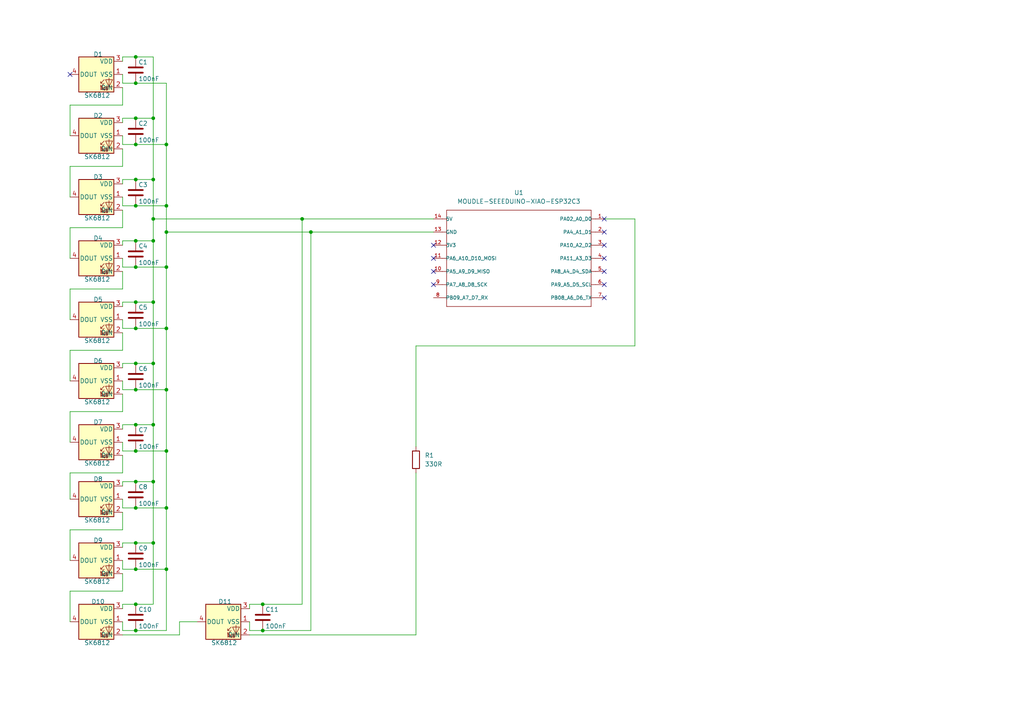
<source format=kicad_sch>
(kicad_sch (version 20231120) (generator "eeschema") (generator_version "8.0")
  (paper "A4")
  (lib_symbols
    (symbol "Device:C" (pin_numbers hide) (pin_names (offset 0.254))
      (property "Reference" "C" (at 0.635 2.54 0))
      (property "Value" "C" (at 0.635 -2.54 0))
      (symbol "C_0_1"
        (polyline (pts (xy -2.032 -0.762) (xy 2.032 -0.762)) (stroke (width 0.508)))
        (polyline (pts (xy -2.032 0.762) (xy 2.032 0.762)) (stroke (width 0.508)))
      )
      (symbol "C_1_1"
        (pin passive line (at 0 3.81 270) (length 2.794) (name "~") (number "1"))
        (pin passive line (at 0 -3.81 90) (length 2.794) (name "~") (number "2"))
      )
    )
    (symbol "Device:R" (pin_numbers hide) (pin_names (offset 0))
      (property "Reference" "R" (at 2.032 0 90))
      (property "Value" "R" (at 0 0 90))
      (symbol "R_0_1"
        (rectangle (start -1.016 -2.54) (end 1.016 2.54) (stroke (width 0.254)))
      )
      (symbol "R_1_1"
        (pin passive line (at 0 3.81 270) (length 1.27) (name "~") (number "1"))
        (pin passive line (at 0 -3.81 90) (length 1.27) (name "~") (number "2"))
      )
    )
    (symbol "MOUDLE-SEEEDUINO-XIAO-ESP32C3:MOUDLE-SEEEDUINO-XIAO-ESP32C3" (pin_names (offset 1.016))
      (property "Reference" "U" (at -21.59 15.24 0))
      (property "Value" "MOUDLE-SEEEDUINO-XIAO-ESP32C3" (at -21.59 13.97 0))
      (symbol "MOUDLE-SEEEDUINO-XIAO-ESP32C3_0_0"
        (polyline (pts (xy -21.59 -13.97) (xy -21.59 0)) (stroke (width 0.1524)))
        (polyline (pts (xy -21.59 -11.43) (xy -22.86 -11.43)) (stroke (width 0.1524)))
        (polyline (pts (xy -21.59 -7.62) (xy -22.86 -7.62)) (stroke (width 0.1524)))
        (polyline (pts (xy -21.59 -3.81) (xy -22.86 -3.81)) (stroke (width 0.1524)))
        (polyline (pts (xy -21.59 0) (xy -22.86 0)) (stroke (width 0.1524)))
        (polyline (pts (xy -21.59 0) (xy -21.59 3.81)) (stroke (width 0.1524)))
        (polyline (pts (xy -21.59 3.81) (xy -22.86 3.81)) (stroke (width 0.1524)))
        (polyline (pts (xy -21.59 3.81) (xy -21.59 7.62)) (stroke (width 0.1524)))
        (polyline (pts (xy -21.59 7.62) (xy -22.86 7.62)) (stroke (width 0.1524)))
        (polyline (pts (xy -21.59 7.62) (xy -21.59 11.43)) (stroke (width 0.1524)))
        (polyline (pts (xy -21.59 11.43) (xy -22.86 11.43)) (stroke (width 0.1524)))
        (polyline (pts (xy -21.59 11.43) (xy -21.59 13.97)) (stroke (width 0.1524)))
        (polyline (pts (xy -21.59 13.97) (xy 20.32 13.97)) (stroke (width 0.1524)))
        (polyline (pts (xy 20.32 -13.97) (xy -21.59 -13.97)) (stroke (width 0.1524)))
        (polyline (pts (xy 20.32 3.81) (xy 20.32 -13.97)) (stroke (width 0.1524)))
        (polyline (pts (xy 20.32 7.62) (xy 20.32 3.81)) (stroke (width 0.1524)))
        (polyline (pts (xy 20.32 11.43) (xy 20.32 7.62)) (stroke (width 0.1524)))
        (polyline (pts (xy 20.32 13.97) (xy 20.32 11.43)) (stroke (width 0.1524)))
        (polyline (pts (xy 21.59 -11.43) (xy 20.32 -11.43)) (stroke (width 0.1524)))
        (polyline (pts (xy 21.59 -7.62) (xy 20.32 -7.62)) (stroke (width 0.1524)))
        (polyline (pts (xy 21.59 -3.81) (xy 20.32 -3.81)) (stroke (width 0.1524)))
        (polyline (pts (xy 21.59 0) (xy 20.32 0)) (stroke (width 0.1524)))
        (polyline (pts (xy 21.59 3.81) (xy 20.32 3.81)) (stroke (width 0.1524)))
        (polyline (pts (xy 21.59 7.62) (xy 20.32 7.62)) (stroke (width 0.1524)))
        (polyline (pts (xy 21.59 11.43) (xy 20.32 11.43)) (stroke (width 0.1524)))
        (pin bidirectional line (at -25.4 11.43 0) (length 2.54) (name "PA02_A0_D0") (number "1"))
        (pin bidirectional line (at 24.13 -3.81 180) (length 2.54) (name "PA5_A9_D9_MISO") (number "10"))
        (pin bidirectional line (at 24.13 0 180) (length 2.54) (name "PA6_A10_D10_MOSI") (number "11"))
        (pin bidirectional line (at 24.13 3.81 180) (length 2.54) (name "3V3") (number "12"))
        (pin bidirectional line (at 24.13 7.62 180) (length 2.54) (name "GND") (number "13"))
        (pin bidirectional line (at 24.13 11.43 180) (length 2.54) (name "5V") (number "14"))
        (pin bidirectional line (at -25.4 7.62 0) (length 2.54) (name "PA4_A1_D1") (number "2"))
        (pin bidirectional line (at -25.4 3.81 0) (length 2.54) (name "PA10_A2_D2") (number "3"))
        (pin bidirectional line (at -25.4 0 0) (length 2.54) (name "PA11_A3_D3") (number "4"))
        (pin bidirectional line (at -25.4 -3.81 0) (length 2.54) (name "PA8_A4_D4_SDA") (number "5"))
        (pin bidirectional line (at -25.4 -7.62 0) (length 2.54) (name "PA9_A5_D5_SCL") (number "6"))
        (pin bidirectional line (at -25.4 -11.43 0) (length 2.54) (name "PB08_A6_D6_TX") (number "7"))
        (pin bidirectional line (at 24.13 -11.43 180) (length 2.54) (name "PB09_A7_D7_RX") (number "8"))
        (pin bidirectional line (at 24.13 -7.62 180) (length 2.54) (name "PA7_A8_D8_SCK") (number "9"))
      )
    )
    (symbol "pyramid_clock_library:SK6812" (pin_names (offset 0.254))
      (property "Reference" "D" (at 5.08 5.715 0))
      (property "Value" "SK6812" (at 1.27 -5.715 0))
      (symbol "SK6812_0_0"
        (text "RGB" (at 2.286 -4.191 0) (effects (font (size 0.762 0.762))))
      )
      (symbol "SK6812_0_1"
        (polyline (pts (xy 1.27 -3.556) (xy 1.778 -3.556)))
        (polyline (pts (xy 1.27 -2.54) (xy 1.778 -2.54)))
        (polyline (pts (xy 4.699 -3.556) (xy 2.667 -3.556)))
        (polyline (pts (xy 2.286 -2.54) (xy 1.27 -3.556) (xy 1.27 -3.048)))
        (polyline (pts (xy 2.286 -1.524) (xy 1.27 -2.54) (xy 1.27 -2.032)))
        (polyline (pts (xy 3.683 -1.016) (xy 3.683 -3.556) (xy 3.683 -4.064)))
        (polyline (pts (xy 4.699 -1.524) (xy 2.667 -1.524) (xy 3.683 -3.556) (xy 4.699 -1.524)))
        (rectangle (start 5.08 5.08) (end -5.08 -5.08) (stroke (width 0.254)) (fill (type background)))
      )
      (symbol "SK6812_1_1"
        (pin power_in line (at 7.62 0 180) (length 2.54) (name "VSS") (number "1"))
        (pin input line (at 7.62 -3.81 180) (length 2.54) (name "DIN") (number "2"))
        (pin power_in line (at 7.62 3.81 180) (length 2.54) (name "VDD") (number "3"))
        (pin output line (at -7.62 0 0) (length 2.54) (name "DOUT") (number "4"))
      )
    )
  )
  (junction (at 44.45 87.63))
  (junction (at 39.37 139.7))
  (junction (at 44.45 123.19))
  (junction (at 48.26 77.47))
  (junction (at 48.26 113.03))
  (junction (at 48.26 41.91))
  (junction (at 39.37 69.85))
  (junction (at 39.37 34.29))
  (junction (at 39.37 113.03))
  (junction (at 39.37 16.51))
  (junction (at 44.45 52.07))
  (junction (at 90.17 67.31))
  (junction (at 39.37 165.1))
  (junction (at 39.37 59.69))
  (junction (at 39.37 87.63))
  (junction (at 76.2 182.88))
  (junction (at 48.26 130.81))
  (junction (at 48.26 59.69))
  (junction (at 39.37 52.07))
  (junction (at 39.37 182.88))
  (junction (at 39.37 77.47))
  (junction (at 39.37 147.32))
  (junction (at 39.37 95.25))
  (junction (at 44.45 34.29))
  (junction (at 39.37 105.41))
  (junction (at 87.63 63.5))
  (junction (at 44.45 157.48))
  (junction (at 39.37 130.81))
  (junction (at 44.45 139.7))
  (junction (at 48.26 67.31))
  (junction (at 39.37 175.26))
  (junction (at 39.37 123.19))
  (junction (at 48.26 95.25))
  (junction (at 48.26 165.1))
  (junction (at 76.2 175.26))
  (junction (at 39.37 24.13))
  (junction (at 44.45 69.85))
  (junction (at 39.37 41.91))
  (junction (at 39.37 157.48))
  (junction (at 44.45 63.5))
  (junction (at 44.45 105.41))
  (junction (at 48.26 147.32))
  (no_connect (at 175.26 74.93))
  (no_connect (at 175.26 67.31))
  (no_connect (at 125.73 78.74))
  (no_connect (at 175.26 71.12))
  (no_connect (at 175.26 86.36))
  (no_connect (at 175.26 78.74))
  (no_connect (at 20.32 21.59))
  (no_connect (at 125.73 71.12))
  (no_connect (at 175.26 82.55))
  (no_connect (at 125.73 74.93))
  (no_connect (at 125.73 82.55))
  (no_connect (at 175.26 63.5))
  (wire (pts (xy 44.45 52.07) (xy 44.45 63.5)))
  (wire (pts (xy 35.56 95.25) (xy 35.56 92.71)))
  (wire (pts (xy 35.56 34.29) (xy 39.37 34.29)))
  (wire (pts (xy 44.45 34.29) (xy 44.45 16.51)))
  (wire (pts (xy 35.56 34.29) (xy 35.56 35.56)))
  (wire (pts (xy 39.37 165.1) (xy 48.26 165.1)))
  (wire (pts (xy 35.56 101.6) (xy 20.32 101.6)))
  (wire (pts (xy 39.37 130.81) (xy 48.26 130.81)))
  (wire (pts (xy 39.37 87.63) (xy 44.45 87.63)))
  (wire (pts (xy 35.56 77.47) (xy 39.37 77.47)))
  (wire (pts (xy 39.37 113.03) (xy 48.26 113.03)))
  (wire (pts (xy 35.56 119.38) (xy 20.32 119.38)))
  (wire (pts (xy 35.56 137.16) (xy 20.32 137.16)))
  (wire (pts (xy 120.65 100.33) (xy 184.15 100.33)))
  (wire (pts (xy 184.15 100.33) (xy 184.15 63.5)))
  (wire (pts (xy 35.56 171.45) (xy 20.32 171.45)))
  (wire (pts (xy 90.17 67.31) (xy 90.17 182.88)))
  (wire (pts (xy 35.56 69.85) (xy 35.56 71.12)))
  (wire (pts (xy 48.26 130.81) (xy 48.26 147.32)))
  (wire (pts (xy 35.56 16.51) (xy 35.56 17.78)))
  (wire (pts (xy 44.45 139.7) (xy 44.45 157.48)))
  (wire (pts (xy 35.56 114.3) (xy 35.56 119.38)))
  (wire (pts (xy 35.56 24.13) (xy 35.56 21.59)))
  (wire (pts (xy 125.73 67.31) (xy 90.17 67.31)))
  (wire (pts (xy 39.37 157.48) (xy 44.45 157.48)))
  (wire (pts (xy 76.2 182.88) (xy 72.39 182.88)))
  (wire (pts (xy 20.32 119.38) (xy 20.32 128.27)))
  (wire (pts (xy 44.45 123.19) (xy 44.45 139.7)))
  (wire (pts (xy 76.2 175.26) (xy 72.39 175.26)))
  (wire (pts (xy 72.39 182.88) (xy 72.39 180.34)))
  (wire (pts (xy 44.45 63.5) (xy 44.45 69.85)))
  (wire (pts (xy 35.56 59.69) (xy 35.56 57.15)))
  (wire (pts (xy 48.26 24.13) (xy 48.26 41.91)))
  (wire (pts (xy 35.56 52.07) (xy 39.37 52.07)))
  (wire (pts (xy 52.07 184.15) (xy 35.56 184.15)))
  (wire (pts (xy 72.39 175.26) (xy 72.39 176.53)))
  (wire (pts (xy 35.56 87.63) (xy 39.37 87.63)))
  (wire (pts (xy 48.26 182.88) (xy 48.26 165.1)))
  (wire (pts (xy 35.56 148.59) (xy 35.56 153.67)))
  (wire (pts (xy 90.17 182.88) (xy 76.2 182.88)))
  (wire (pts (xy 48.26 67.31) (xy 48.26 77.47)))
  (wire (pts (xy 35.56 153.67) (xy 20.32 153.67)))
  (wire (pts (xy 35.56 43.18) (xy 35.56 48.26)))
  (wire (pts (xy 20.32 66.04) (xy 20.32 74.93)))
  (wire (pts (xy 48.26 67.31) (xy 48.26 59.69)))
  (wire (pts (xy 35.56 139.7) (xy 35.56 140.97)))
  (wire (pts (xy 39.37 34.29) (xy 44.45 34.29)))
  (wire (pts (xy 35.56 113.03) (xy 39.37 113.03)))
  (wire (pts (xy 35.56 157.48) (xy 35.56 158.75)))
  (wire (pts (xy 35.56 105.41) (xy 39.37 105.41)))
  (wire (pts (xy 35.56 139.7) (xy 39.37 139.7)))
  (wire (pts (xy 39.37 77.47) (xy 48.26 77.47)))
  (wire (pts (xy 39.37 105.41) (xy 44.45 105.41)))
  (wire (pts (xy 35.56 41.91) (xy 35.56 39.37)))
  (wire (pts (xy 35.56 175.26) (xy 39.37 175.26)))
  (wire (pts (xy 39.37 139.7) (xy 44.45 139.7)))
  (wire (pts (xy 125.73 63.5) (xy 87.63 63.5)))
  (wire (pts (xy 35.56 48.26) (xy 20.32 48.26)))
  (wire (pts (xy 57.15 180.34) (xy 52.07 180.34)))
  (wire (pts (xy 52.07 180.34) (xy 52.07 184.15)))
  (wire (pts (xy 35.56 123.19) (xy 39.37 123.19)))
  (wire (pts (xy 35.56 16.51) (xy 39.37 16.51)))
  (wire (pts (xy 39.37 16.51) (xy 44.45 16.51)))
  (wire (pts (xy 72.39 184.15) (xy 120.65 184.15)))
  (wire (pts (xy 39.37 123.19) (xy 44.45 123.19)))
  (wire (pts (xy 39.37 95.25) (xy 48.26 95.25)))
  (wire (pts (xy 20.32 83.82) (xy 20.32 92.71)))
  (wire (pts (xy 20.32 48.26) (xy 20.32 57.15)))
  (wire (pts (xy 35.56 77.47) (xy 35.56 74.93)))
  (wire (pts (xy 35.56 96.52) (xy 35.56 101.6)))
  (wire (pts (xy 87.63 63.5) (xy 87.63 175.26)))
  (wire (pts (xy 39.37 59.69) (xy 48.26 59.69)))
  (wire (pts (xy 35.56 113.03) (xy 35.56 110.49)))
  (wire (pts (xy 44.45 34.29) (xy 44.45 52.07)))
  (wire (pts (xy 35.56 182.88) (xy 39.37 182.88)))
  (wire (pts (xy 48.26 147.32) (xy 48.26 165.1)))
  (wire (pts (xy 39.37 147.32) (xy 48.26 147.32)))
  (wire (pts (xy 120.65 100.33) (xy 120.65 129.54)))
  (wire (pts (xy 39.37 24.13) (xy 48.26 24.13)))
  (wire (pts (xy 35.56 157.48) (xy 39.37 157.48)))
  (wire (pts (xy 44.45 157.48) (xy 44.45 175.26)))
  (wire (pts (xy 39.37 52.07) (xy 44.45 52.07)))
  (wire (pts (xy 39.37 182.88) (xy 48.26 182.88)))
  (wire (pts (xy 48.26 67.31) (xy 90.17 67.31)))
  (wire (pts (xy 35.56 105.41) (xy 35.56 106.68)))
  (wire (pts (xy 39.37 175.26) (xy 44.45 175.26)))
  (wire (pts (xy 48.26 95.25) (xy 48.26 113.03)))
  (wire (pts (xy 20.32 137.16) (xy 20.32 144.78)))
  (wire (pts (xy 35.56 83.82) (xy 20.32 83.82)))
  (wire (pts (xy 39.37 41.91) (xy 48.26 41.91)))
  (wire (pts (xy 35.56 166.37) (xy 35.56 171.45)))
  (wire (pts (xy 35.56 182.88) (xy 35.56 180.34)))
  (wire (pts (xy 35.56 60.96) (xy 35.56 66.04)))
  (wire (pts (xy 20.32 171.45) (xy 20.32 180.34)))
  (wire (pts (xy 20.32 30.48) (xy 20.32 39.37)))
  (wire (pts (xy 35.56 25.4) (xy 35.56 30.48)))
  (wire (pts (xy 35.56 41.91) (xy 39.37 41.91)))
  (wire (pts (xy 35.56 69.85) (xy 39.37 69.85)))
  (wire (pts (xy 120.65 137.16) (xy 120.65 184.15)))
  (wire (pts (xy 48.26 113.03) (xy 48.26 130.81)))
  (wire (pts (xy 35.56 52.07) (xy 35.56 53.34)))
  (wire (pts (xy 35.56 87.63) (xy 35.56 88.9)))
  (wire (pts (xy 35.56 147.32) (xy 39.37 147.32)))
  (wire (pts (xy 48.26 77.47) (xy 48.26 95.25)))
  (wire (pts (xy 35.56 130.81) (xy 35.56 128.27)))
  (wire (pts (xy 35.56 130.81) (xy 39.37 130.81)))
  (wire (pts (xy 35.56 132.08) (xy 35.56 137.16)))
  (wire (pts (xy 44.45 69.85) (xy 44.45 87.63)))
  (wire (pts (xy 35.56 147.32) (xy 35.56 144.78)))
  (wire (pts (xy 48.26 41.91) (xy 48.26 59.69)))
  (wire (pts (xy 35.56 123.19) (xy 35.56 124.46)))
  (wire (pts (xy 44.45 63.5) (xy 87.63 63.5)))
  (wire (pts (xy 35.56 165.1) (xy 35.56 162.56)))
  (wire (pts (xy 35.56 78.74) (xy 35.56 83.82)))
  (wire (pts (xy 44.45 105.41) (xy 44.45 123.19)))
  (wire (pts (xy 87.63 175.26) (xy 76.2 175.26)))
  (wire (pts (xy 35.56 165.1) (xy 39.37 165.1)))
  (wire (pts (xy 20.32 153.67) (xy 20.32 162.56)))
  (wire (pts (xy 35.56 24.13) (xy 39.37 24.13)))
  (wire (pts (xy 35.56 30.48) (xy 20.32 30.48)))
  (wire (pts (xy 184.15 63.5) (xy 175.26 63.5)))
  (wire (pts (xy 35.56 59.69) (xy 39.37 59.69)))
  (wire (pts (xy 35.56 66.04) (xy 20.32 66.04)))
  (wire (pts (xy 35.56 175.26) (xy 35.56 176.53)))
  (wire (pts (xy 44.45 87.63) (xy 44.45 105.41)))
  (wire (pts (xy 39.37 69.85) (xy 44.45 69.85)))
  (wire (pts (xy 35.56 95.25) (xy 39.37 95.25)))
  (wire (pts (xy 20.32 101.6) (xy 20.32 110.49)))
  (symbol (lib_id "Device:C") (at 39.37 38.1 0) (unit 1)
    (property "Reference" "C2" (at 40.132 35.814 0) (effects (justify left)))
    (property "Value" "100nF" (at 40.132 40.64 0) (effects (justify left)))
    (property "Footprint" "Capacitor_SMD:C_0805_2012Metric_Pad1.18x1.45mm_HandSolder" (effects (hide yes)))
    (property "Description" "Unpolarized capacitor" (effects (hide yes)))
  )
  (symbol (lib_id "pyramid_clock_library:SK6812") (at 27.94 21.59 0) (unit 1)
    (property "Reference" "D1" (at 28.448 15.748 0))
    (property "Value" "SK6812" (at 28.194 27.686 0))
    (property "Footprint" "LED_SMD:LED_SK6812_PLCC4_5.0x5.0mm_P3.2mm" (effects (hide yes)))
    (property "Datasheet" "https://cdn-shop.adafruit.com/product-files/1138/SK6812+LED+datasheet+.pdf" (effects (hide yes)))
    (property "Description" "RGB LED with integrated controller" (effects (hide yes)))
  )
  (symbol (lib_id "pyramid_clock_library:SK6812") (at 27.94 74.93 0) (unit 1)
    (property "Reference" "D4" (at 28.448 69.088 0))
    (property "Value" "SK6812" (at 28.194 81.026 0))
    (property "Footprint" "LED_SMD:LED_SK6812_PLCC4_5.0x5.0mm_P3.2mm" (effects (hide yes)))
    (property "Datasheet" "https://cdn-shop.adafruit.com/product-files/1138/SK6812+LED+datasheet+.pdf" (effects (hide yes)))
    (property "Description" "RGB LED with integrated controller" (effects (hide yes)))
  )
  (symbol (lib_id "pyramid_clock_library:SK6812") (at 27.94 144.78 0) (unit 1)
    (property "Reference" "D8" (at 28.448 138.938 0))
    (property "Value" "SK6812" (at 28.194 150.876 0))
    (property "Footprint" "LED_SMD:LED_SK6812_PLCC4_5.0x5.0mm_P3.2mm" (effects (hide yes)))
    (property "Datasheet" "https://cdn-shop.adafruit.com/product-files/1138/SK6812+LED+datasheet+.pdf" (effects (hide yes)))
    (property "Description" "RGB LED with integrated controller" (effects (hide yes)))
  )
  (symbol (lib_id "Device:C") (at 39.37 127 0) (unit 1)
    (property "Reference" "C7" (at 40.132 124.714 0) (effects (justify left)))
    (property "Value" "100nF" (at 40.132 129.54 0) (effects (justify left)))
    (property "Footprint" "Capacitor_SMD:C_0805_2012Metric_Pad1.18x1.45mm_HandSolder" (effects (hide yes)))
    (property "Description" "Unpolarized capacitor" (effects (hide yes)))
  )
  (symbol (lib_id "Device:R") (at 120.65 133.35 0) (unit 1)
    (property "Reference" "R1" (at 123.19 132.0799 0) (effects (justify left)))
    (property "Value" "330R" (at 123.19 134.6199 0) (effects (justify left)))
    (property "Footprint" "Resistor_SMD:R_0805_2012Metric_Pad1.20x1.40mm_HandSolder" (effects (hide yes)))
    (property "Description" "Resistor" (effects (hide yes)))
  )
  (symbol (lib_id "MOUDLE-SEEEDUINO-XIAO-ESP32C3:MOUDLE-SEEEDUINO-XIAO-ESP32C3") (at 149.86 74.93 0) (mirror y) (unit 1)
    (property "Reference" "U1" (at 150.495 55.88 0))
    (property "Value" "MOUDLE-SEEEDUINO-XIAO-ESP32C3" (at 150.495 58.42 0))
    (property "Footprint" "xiao ESP32C3_PCB:MOUDLE14P-SMD-2.54-21X17.8MM" (effects (hide yes)))
  )
  (symbol (lib_id "Device:C") (at 39.37 73.66 0) (unit 1)
    (property "Reference" "C4" (at 40.132 71.374 0) (effects (justify left)))
    (property "Value" "100nF" (at 40.132 76.2 0) (effects (justify left)))
    (property "Footprint" "Capacitor_SMD:C_0805_2012Metric_Pad1.18x1.45mm_HandSolder" (effects (hide yes)))
    (property "Description" "Unpolarized capacitor" (effects (hide yes)))
  )
  (symbol (lib_id "Device:C") (at 39.37 55.88 0) (unit 1)
    (property "Reference" "C3" (at 40.132 53.594 0) (effects (justify left)))
    (property "Value" "100nF" (at 40.132 58.42 0) (effects (justify left)))
    (property "Footprint" "Capacitor_SMD:C_0805_2012Metric_Pad1.18x1.45mm_HandSolder" (effects (hide yes)))
    (property "Description" "Unpolarized capacitor" (effects (hide yes)))
  )
  (symbol (lib_id "Device:C") (at 39.37 20.32 0) (unit 1)
    (property "Reference" "C1" (at 40.132 18.034 0) (effects (justify left)))
    (property "Value" "100nF" (at 40.132 22.86 0) (effects (justify left)))
    (property "Footprint" "Capacitor_SMD:C_0805_2012Metric_Pad1.18x1.45mm_HandSolder" (effects (hide yes)))
    (property "Description" "Unpolarized capacitor" (effects (hide yes)))
  )
  (symbol (lib_id "pyramid_clock_library:SK6812") (at 27.94 128.27 0) (unit 1)
    (property "Reference" "D7" (at 28.448 122.428 0))
    (property "Value" "SK6812" (at 28.194 134.366 0))
    (property "Footprint" "LED_SMD:LED_SK6812_PLCC4_5.0x5.0mm_P3.2mm" (effects (hide yes)))
    (property "Datasheet" "https://cdn-shop.adafruit.com/product-files/1138/SK6812+LED+datasheet+.pdf" (effects (hide yes)))
    (property "Description" "RGB LED with integrated controller" (effects (hide yes)))
  )
  (symbol (lib_id "Device:C") (at 39.37 161.29 0) (unit 1)
    (property "Reference" "C9" (at 40.132 159.004 0) (effects (justify left)))
    (property "Value" "100nF" (at 40.132 163.83 0) (effects (justify left)))
    (property "Footprint" "Capacitor_SMD:C_0805_2012Metric_Pad1.18x1.45mm_HandSolder" (effects (hide yes)))
    (property "Description" "Unpolarized capacitor" (effects (hide yes)))
  )
  (symbol (lib_id "pyramid_clock_library:SK6812") (at 27.94 180.34 0) (unit 1)
    (property "Reference" "D10" (at 28.448 174.498 0))
    (property "Value" "SK6812" (at 28.194 186.436 0))
    (property "Footprint" "LED_SMD:LED_SK6812_PLCC4_5.0x5.0mm_P3.2mm" (effects (hide yes)))
    (property "Datasheet" "https://cdn-shop.adafruit.com/product-files/1138/SK6812+LED+datasheet+.pdf" (effects (hide yes)))
    (property "Description" "RGB LED with integrated controller" (effects (hide yes)))
  )
  (symbol (lib_id "Device:C") (at 76.2 179.07 0) (unit 1)
    (property "Reference" "C11" (at 76.962 176.784 0) (effects (justify left)))
    (property "Value" "100nF" (at 76.962 181.61 0) (effects (justify left)))
    (property "Footprint" "Capacitor_SMD:C_0805_2012Metric_Pad1.18x1.45mm_HandSolder" (effects (hide yes)))
    (property "Description" "Unpolarized capacitor" (effects (hide yes)))
  )
  (symbol (lib_id "pyramid_clock_library:SK6812") (at 27.94 92.71 0) (unit 1)
    (property "Reference" "D5" (at 28.448 86.868 0))
    (property "Value" "SK6812" (at 28.194 98.806 0))
    (property "Footprint" "LED_SMD:LED_SK6812_PLCC4_5.0x5.0mm_P3.2mm" (effects (hide yes)))
    (property "Datasheet" "https://cdn-shop.adafruit.com/product-files/1138/SK6812+LED+datasheet+.pdf" (effects (hide yes)))
    (property "Description" "RGB LED with integrated controller" (effects (hide yes)))
  )
  (symbol (lib_id "Device:C") (at 39.37 179.07 0) (unit 1)
    (property "Reference" "C10" (at 40.132 176.784 0) (effects (justify left)))
    (property "Value" "100nF" (at 40.132 181.61 0) (effects (justify left)))
    (property "Footprint" "Capacitor_SMD:C_0805_2012Metric_Pad1.18x1.45mm_HandSolder" (effects (hide yes)))
    (property "Description" "Unpolarized capacitor" (effects (hide yes)))
  )
  (symbol (lib_id "Device:C") (at 39.37 91.44 0) (unit 1)
    (property "Reference" "C5" (at 40.132 89.154 0) (effects (justify left)))
    (property "Value" "100nF" (at 40.132 93.98 0) (effects (justify left)))
    (property "Footprint" "Capacitor_SMD:C_0805_2012Metric_Pad1.18x1.45mm_HandSolder" (effects (hide yes)))
    (property "Description" "Unpolarized capacitor" (effects (hide yes)))
  )
  (symbol (lib_id "pyramid_clock_library:SK6812") (at 27.94 39.37 0) (unit 1)
    (property "Reference" "D2" (at 28.448 33.528 0))
    (property "Value" "SK6812" (at 28.194 45.466 0))
    (property "Footprint" "LED_SMD:LED_SK6812_PLCC4_5.0x5.0mm_P3.2mm" (effects (hide yes)))
    (property "Datasheet" "https://cdn-shop.adafruit.com/product-files/1138/SK6812+LED+datasheet+.pdf" (effects (hide yes)))
    (property "Description" "RGB LED with integrated controller" (effects (hide yes)))
  )
  (symbol (lib_id "Device:C") (at 39.37 109.22 0) (unit 1)
    (property "Reference" "C6" (at 40.132 106.934 0) (effects (justify left)))
    (property "Value" "100nF" (at 40.132 111.76 0) (effects (justify left)))
    (property "Footprint" "Capacitor_SMD:C_0805_2012Metric_Pad1.18x1.45mm_HandSolder" (effects (hide yes)))
    (property "Description" "Unpolarized capacitor" (effects (hide yes)))
  )
  (symbol (lib_id "pyramid_clock_library:SK6812") (at 27.94 110.49 0) (unit 1)
    (property "Reference" "D6" (at 28.448 104.648 0))
    (property "Value" "SK6812" (at 28.194 116.586 0))
    (property "Footprint" "LED_SMD:LED_SK6812_PLCC4_5.0x5.0mm_P3.2mm" (effects (hide yes)))
    (property "Datasheet" "https://cdn-shop.adafruit.com/product-files/1138/SK6812+LED+datasheet+.pdf" (effects (hide yes)))
    (property "Description" "RGB LED with integrated controller" (effects (hide yes)))
  )
  (symbol (lib_id "pyramid_clock_library:SK6812") (at 64.77 180.34 0) (unit 1)
    (property "Reference" "D11" (at 65.278 174.498 0))
    (property "Value" "SK6812" (at 65.024 186.436 0))
    (property "Footprint" "LED_SMD:LED_SK6812_PLCC4_5.0x5.0mm_P3.2mm" (effects (hide yes)))
    (property "Datasheet" "https://cdn-shop.adafruit.com/product-files/1138/SK6812+LED+datasheet+.pdf" (effects (hide yes)))
    (property "Description" "RGB LED with integrated controller" (effects (hide yes)))
  )
  (symbol (lib_id "pyramid_clock_library:SK6812") (at 27.94 162.56 0) (unit 1)
    (property "Reference" "D9" (at 28.448 156.718 0))
    (property "Value" "SK6812" (at 28.194 168.656 0))
    (property "Footprint" "LED_SMD:LED_SK6812_PLCC4_5.0x5.0mm_P3.2mm" (effects (hide yes)))
    (property "Datasheet" "https://cdn-shop.adafruit.com/product-files/1138/SK6812+LED+datasheet+.pdf" (effects (hide yes)))
    (property "Description" "RGB LED with integrated controller" (effects (hide yes)))
  )
  (symbol (lib_id "Device:C") (at 39.37 143.51 0) (unit 1)
    (property "Reference" "C8" (at 40.132 141.224 0) (effects (justify left)))
    (property "Value" "100nF" (at 40.132 146.05 0) (effects (justify left)))
    (property "Footprint" "Capacitor_SMD:C_0805_2012Metric_Pad1.18x1.45mm_HandSolder" (effects (hide yes)))
    (property "Description" "Unpolarized capacitor" (effects (hide yes)))
  )
  (symbol (lib_id "pyramid_clock_library:SK6812") (at 27.94 57.15 0) (unit 1)
    (property "Reference" "D3" (at 28.448 51.308 0))
    (property "Value" "SK6812" (at 28.194 63.246 0))
    (property "Footprint" "LED_SMD:LED_SK6812_PLCC4_5.0x5.0mm_P3.2mm" (effects (hide yes)))
    (property "Datasheet" "https://cdn-shop.adafruit.com/product-files/1138/SK6812+LED+datasheet+.pdf" (effects (hide yes)))
    (property "Description" "RGB LED with integrated controller" (effects (hide yes)))
  )
)
</source>
